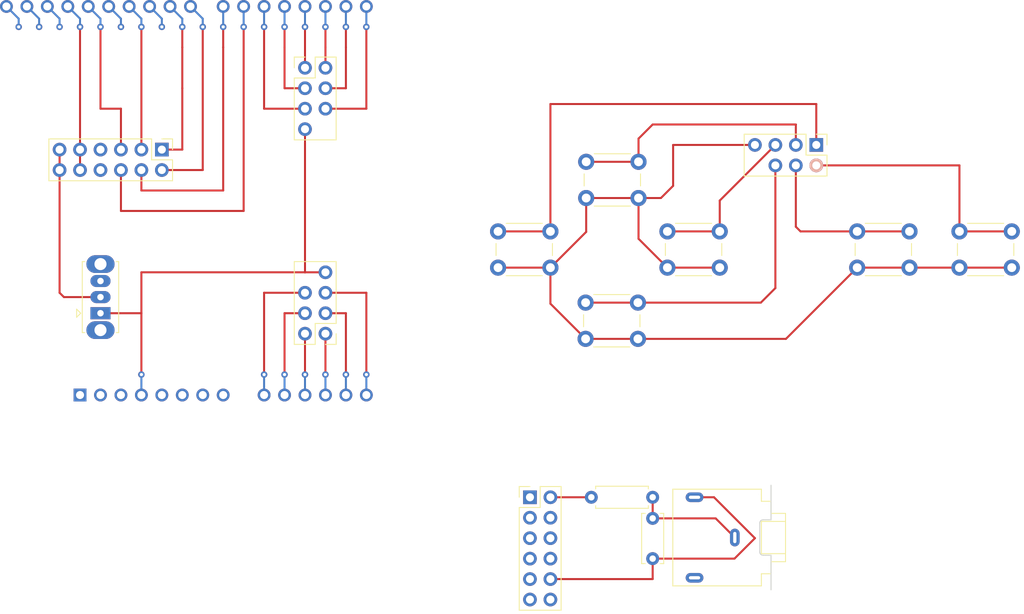
<source format=kicad_pcb>
(kicad_pcb (version 20221018) (generator pcbnew)
  (layers (0 "F.Cu" signal) (31 "B.Cu" signal) (34 "B.Paste" user) (35 "F.Paste" user) (36 "B.SilkS" user "B.Silkscreen") (37 "F.SilkS" user "F.Silkscreen") (38 "B.Mask" user) (39 "F.Mask" user) (44 "Edge.Cuts" user))
  (net 0 "")
  (net 4 "VCC")
  (net 6 "GND")
  (net 8 "unused")
  (net 9 "PPU_HBLANK")
  (net 10 "SPI_SR")
  (net 11 "PPU_VBLANK")
  (net 12 "unconnected-(A1-D10-Pad25)")
  (net 13 "SPI_MOSI")
  (net 14 "unconnected-(A1-D12-Pad27)")
  (net 15 "SPI_CLK")
  (net 16 "unconnected-(A1-AREF-Pad30)")
  (net 17 "unconnected-(A1-SDA{slash}A4-Pad31)")
  (net 18 "unconnected-(A1-SCL{slash}A5-Pad32)")
  (net 19 "Net-(C1-Pad1)")
  (net 21 "Net-(J1-Pin_12)")
  (net 29 "Net-(J6-Pin_7)")
  (net 34 "Net-(J3-UP)")
  (net 35 "Net-(J3-DOWN)")
  (net 36 "Net-(J3-LEFT)")
  (net 37 "Net-(J3-VCC)")
  (net 38 "Net-(J3-RIGHT)")
  (net 39 "Net-(J3-PRIMARY)")
  (net 40 "Net-(J3-SECONDARY)")
  (net 41 "GP_P1_BUT_2")
  (net 42 "GP_P1_BUT_1")
  (net 43 "GP_P1_RIGHT")
  (net 44 "GP_P1_LEFT")
  (net 45 "GP_P1_DOWN")
  (net 46 "GP_P1_UP")
  (net 47 "GP_P2_UP")
  (net 48 "GP_P2_DOWN")
  (net 49 "GP_P2_LEFT")
  (net 50 "GP_P2_RIGHT")
  (net 51 "GP_P2_BUT_1")
  (net 52 "GP_P2_BUT_2")
  (footprint "Connector_PinHeader_2.54mm:PinHeader_2x06_P2.54mm_Vertical" (layer "F.Cu") (at 38.1 35.56 -90)
    (fp_text reference "J1" hide)
    (fp_text value "BASYS_JA" hide)
    (fp_line (start -1.33 -1.33) (end 0 -1.33) (stroke (width 0.12)) (layer "F.SilkS"))
    (fp_line (start -1.33 0) (end -1.33 -1.33) (stroke (width 0.12)) (layer "F.SilkS"))
    (fp_line (start -1.33 1.27) (end -1.33 14.03) (stroke (width 0.12)) (layer "F.SilkS"))
    (fp_line (start -1.33 1.27) (end 1.27 1.27) (stroke (width 0.12)) (layer "F.SilkS"))
    (fp_line (start -1.33 14.03) (end 3.87 14.03) (stroke (width 0.12)) (layer "F.SilkS"))
    (fp_line (start 1.27 -1.33) (end 3.87 -1.33) (stroke (width 0.12)) (layer "F.SilkS"))
    (fp_line (start 1.27 1.27) (end 1.27 -1.33) (stroke (width 0.12)) (layer "F.SilkS"))
    (fp_line (start 3.87 -1.33) (end 3.87 14.03) (stroke (width 0.12)) (layer "F.SilkS"))
    (pad "1" thru_hole rect (at 0 0 270) (size 1.7 1.7) (drill 1) (layers "*.Cu" "*.Mask") (net 11 "PPU_VBLANK"))
    (pad "2" thru_hole oval (at 0 2.54 270) (size 1.7 1.7) (drill 1) (layers "*.Cu" "*.Mask") (net 13 "SPI_MOSI"))
    (pad "3" thru_hole oval (at 0 5.08 270) (size 1.7 1.7) (drill 1) (layers "*.Cu" "*.Mask") (net 15 "SPI_CLK"))
    (pad "4" thru_hole oval (at 0 7.62 270) (size 1.7 1.7) (drill 1) (layers "*.Cu" "*.Mask"))
    (pad "5" thru_hole oval (at 0 10.16 270) (size 1.7 1.7) (drill 1) (layers "*.Cu" "*.Mask") (net 6 "GND"))
    (pad "6" thru_hole oval (at 0 12.7 270) (size 1.7 1.7) (drill 1) (layers "*.Cu" "*.Mask") (net 21 "Net-(J1-Pin_12)"))
    (pad "7" thru_hole oval (at 2.54 0 270) (size 1.7 1.7) (drill 1) (layers "*.Cu" "*.Mask") (net 10 "SPI_SR"))
    (pad "8" thru_hole oval (at 2.54 2.54 270) (size 1.7 1.7) (drill 1) (layers "*.Cu" "*.Mask") (net 9 "PPU_HBLANK"))
    (pad "9" thru_hole oval (at 2.54 5.08 270) (size 1.7 1.7) (drill 1) (layers "*.Cu" "*.Mask") (net 8 "unused"))
    (pad "10" thru_hole oval (at 2.54 7.62 270) (size 1.7 1.7) (drill 1) (layers "*.Cu" "*.Mask"))
    (pad "11" thru_hole oval (at 2.54 10.16 270) (size 1.7 1.7) (drill 1) (layers "*.Cu" "*.Mask") (net 6 "GND"))
    (pad "12" thru_hole oval (at 2.54 12.7 270) (size 1.7 1.7) (drill 1) (layers "*.Cu" "*.Mask") (net 21 "Net-(J1-Pin_12)"))
  )
  (footprint "Button_Switch_THT:SW_PUSH_6mm" (layer "F.Cu") (at 79.86 45.72)
    (fp_text reference "SW1" hide)
    (fp_text value "LEFT")
    (fp_line (start -0.25 1.5) (end -0.25 3) (stroke (width 0.12)) (layer "F.SilkS"))
    (fp_line (start 1 5.5) (end 5.5 5.5) (stroke (width 0.12)) (layer "F.SilkS"))
    (fp_line (start 5.5 -1) (end 1 -1) (stroke (width 0.12)) (layer "F.SilkS"))
    (fp_line (start 6.75 3) (end 6.75 1.5) (stroke (width 0.12)) (layer "F.SilkS"))
    (pad "1" thru_hole circle (at 0 0 90) (size 2 2) (drill 1.1) (layers "*.Cu" "*.Mask") (net 34 "Net-(J3-UP)"))
    (pad "1" thru_hole circle (at 6.5 0 90) (size 2 2) (drill 1.1) (layers "*.Cu" "*.Mask") (net 34 "Net-(J3-UP)"))
    (pad "2" thru_hole circle (at 0 4.5 90) (size 2 2) (drill 1.1) (layers "*.Cu" "*.Mask") (net 37 "Net-(J3-VCC)"))
    (pad "2" thru_hole circle (at 6.5 4.5 90) (size 2 2) (drill 1.1) (layers "*.Cu" "*.Mask") (net 37 "Net-(J3-VCC)"))
  )
  (footprint "Connector_PinHeader_2.54mm:PinHeader_2x04_P2.54mm_Vertical" (layer "F.Cu") (at 58.42 58.42 180)
    (fp_text reference "J8" hide)
    (fp_text value "GAMEPAD_2" hide)
    (fp_line (start -1.33 -1.33) (end 0 -1.33) (stroke (width 0.12)) (layer "F.SilkS"))
    (fp_line (start -1.33 0) (end -1.33 -1.33) (stroke (width 0.12)) (layer "F.SilkS"))
    (fp_line (start -1.33 1.27) (end -1.33 8.95) (stroke (width 0.12)) (layer "F.SilkS"))
    (fp_line (start -1.33 1.27) (end 1.27 1.27) (stroke (width 0.12)) (layer "F.SilkS"))
    (fp_line (start -1.33 8.95) (end 3.87 8.95) (stroke (width 0.12)) (layer "F.SilkS"))
    (fp_line (start 1.27 -1.33) (end 3.87 -1.33) (stroke (width 0.12)) (layer "F.SilkS"))
    (fp_line (start 1.27 1.27) (end 1.27 -1.33) (stroke (width 0.12)) (layer "F.SilkS"))
    (fp_line (start 3.87 -1.33) (end 3.87 8.95) (stroke (width 0.12)) (layer "F.SilkS"))
    (pad "1" thru_hole circle (at 0 0 180) (size 1.7 1.7) (drill 1) (layers "*.Cu" "*.Mask") (net 49 "GP_P2_LEFT"))
    (pad "2" thru_hole oval (at 0 2.54 180) (size 1.7 1.7) (drill 1) (layers "*.Cu" "*.Mask") (net 47 "GP_P2_UP"))
    (pad "3" thru_hole oval (at 0 5.08 180) (size 1.7 1.7) (drill 1) (layers "*.Cu" "*.Mask") (net 50 "GP_P2_RIGHT"))
    (pad "4" thru_hole oval (at 0 7.62 180) (size 1.7 1.7) (drill 1) (layers "*.Cu" "*.Mask") (net 4 "VCC"))
    (pad "5" thru_hole oval (at 2.54 0 180) (size 1.7 1.7) (drill 1) (layers "*.Cu" "*.Mask") (net 51 "GP_P2_BUT_1"))
    (pad "6" thru_hole oval (at 2.54 2.54 180) (size 1.7 1.7) (drill 1) (layers "*.Cu" "*.Mask") (net 52 "GP_P2_BUT_2"))
    (pad "7" thru_hole oval (at 2.54 5.08 180) (size 1.7 1.7) (drill 1) (layers "*.Cu" "*.Mask") (net 48 "GP_P2_DOWN"))
  )
  (footprint "Button_Switch_THT:SW_PUSH_6mm" (layer "F.Cu") (at 137.16 45.72)
    (fp_text reference "SW4" hide)
    (fp_text value "PRIMARY")
    (fp_line (start -0.25 1.5) (end -0.25 3) (stroke (width 0.12)) (layer "F.SilkS"))
    (fp_line (start 1 5.5) (end 5.5 5.5) (stroke (width 0.12)) (layer "F.SilkS"))
    (fp_line (start 5.5 -1) (end 1 -1) (stroke (width 0.12)) (layer "F.SilkS"))
    (fp_line (start 6.75 3) (end 6.75 1.5) (stroke (width 0.12)) (layer "F.SilkS"))
    (pad "1" thru_hole circle (at 0 0 90) (size 2 2) (drill 1.1) (layers "*.Cu" "*.Mask") (net 38 "Net-(J3-RIGHT)"))
    (pad "1" thru_hole circle (at 6.5 0 90) (size 2 2) (drill 1.1) (layers "*.Cu" "*.Mask") (net 38 "Net-(J3-RIGHT)"))
    (pad "2" thru_hole circle (at 0 4.5 90) (size 2 2) (drill 1.1) (layers "*.Cu" "*.Mask") (net 37 "Net-(J3-VCC)"))
    (pad "2" thru_hole circle (at 6.5 4.5 90) (size 2 2) (drill 1.1) (layers "*.Cu" "*.Mask") (net 37 "Net-(J3-VCC)"))
  )
  (footprint "Connector_Audio:Jack_3.5mm_CUI_SJ1-3523N_Horizontal" (layer "F.Cu") (at 109.26 83.74 90)
    (fp_text reference "J2" hide)
    (fp_text value "AudioJack2" hide)
    (fp_line (start -6 -7.7) (end 6 -7.7) (stroke (width 0.12)) (layer "F.SilkS"))
    (fp_line (start -6 3.3) (end -6 -7.7) (stroke (width 0.12)) (layer "F.SilkS"))
    (fp_line (start -4.5 3.3) (end -6 3.3) (stroke (width 0.12)) (layer "F.SilkS"))
    (fp_line (start -4.5 4.5) (end -4.5 3.3) (stroke (width 0.12)) (layer "F.SilkS"))
    (fp_line (start -3 4.5) (end -4.5 4.5) (stroke (width 0.12)) (layer "F.SilkS"))
    (fp_line (start -3 6.3) (end -3 4.5) (stroke (width 0.12)) (layer "F.SilkS"))
    (fp_line (start -2 3.3) (end -2 6.3) (stroke (width 0.12)) (layer "F.SilkS"))
    (fp_line (start 2 3.3) (end -2 3.3) (stroke (width 0.12)) (layer "F.SilkS"))
    (fp_line (start 2 6.3) (end 2 3.3) (stroke (width 0.12)) (layer "F.SilkS"))
    (fp_line (start 3 4.5) (end 3 6.3) (stroke (width 0.12)) (layer "F.SilkS"))
    (fp_line (start 3 6.3) (end -3 6.3) (stroke (width 0.12)) (layer "F.SilkS"))
    (fp_line (start 4.5 3.3) (end 4.5 4.5) (stroke (width 0.12)) (layer "F.SilkS"))
    (fp_line (start 4.5 4.5) (end 3 4.5) (stroke (width 0.12)) (layer "F.SilkS"))
    (fp_line (start 6 -7.7) (end 6 3.3) (stroke (width 0.12)) (layer "F.SilkS"))
    (fp_line (start 6 3.3) (end 4.5 3.3) (stroke (width 0.12)) (layer "F.SilkS"))
    (fp_line (start -2.2 3.5) (end -2.2 4.5) (stroke (width 0.12)) (layer "Edge.Cuts"))
    (fp_line (start -2.2 4.5) (end -6.5 4.5) (stroke (width 0.12)) (layer "Edge.Cuts"))
    (fp_line (start 1.8 3.1) (end -1.8 3.1) (stroke (width 0.12)) (layer "Edge.Cuts"))
    (fp_line (start 2.2 3.5) (end 2.2 4.5) (stroke (width 0.12)) (layer "Edge.Cuts"))
    (fp_line (start 2.2 4.5) (end 6.5 4.5) (stroke (width 0.12)) (layer "Edge.Cuts"))
    (fp_arc (start -2.2 3.5) (mid -2.082842 3.217158) (end -1.8 3.1) (stroke (width 0.12)) (layer "Edge.Cuts"))
    (fp_arc (start 1.8 3.1) (mid 2.082843 3.217157) (end 2.2 3.5) (stroke (width 0.12)) (layer "Edge.Cuts"))
    (pad "" np_thru_hole circle (at -5 0 90) (size 1.2 1.2) (drill 1.2) (layers "*.Cu"))
    (pad "" np_thru_hole circle (at -5 2.5 90) (size 1.2 1.2) (drill 1.2) (layers "*.Cu"))
    (pad "" np_thru_hole circle (at 0 -5 90) (size 1.2 1.2) (drill 1.2) (layers "*.Cu"))
    (pad "" np_thru_hole circle (at 5 0 90) (size 1.2 1.2) (drill 1.2) (layers "*.Cu"))
    (pad "" np_thru_hole circle (at 5 2.5 90) (size 1.2 1.2) (drill 1.2) (layers "*.Cu"))
    (pad "R" thru_hole oval (at -5 -5 90) (size 1.2 2.2) (drill oval 0.4 1.4) (layers "*.Cu" "*.Mask"))
    (pad "S" thru_hole oval (at 0 0 90) (size 2.2 1.2) (drill oval 1.4 0.4) (layers "*.Cu" "*.Mask") (net 19 "Net-(C1-Pad1)"))
    (pad "T" thru_hole oval (at 5 -5 270) (size 1.2 2.2) (drill oval 0.4 1.4) (layers "*.Cu" "*.Mask") (net 6 "GND"))
  )
  (footprint "Resistor_THT:R_Axial_DIN0207_L6.3mm_D2.5mm_P7.62mm_Horizontal" (layer "F.Cu") (at 91.44 78.74)
    (fp_text reference "R1" hide)
    (fp_text value "R" hide)
    (fp_line (start 0.54 -1.37) (end 7.08 -1.37) (stroke (width 0.12)) (layer "F.SilkS"))
    (fp_line (start 0.54 -1.04) (end 0.54 -1.37) (stroke (width 0.12)) (layer "F.SilkS"))
    (fp_line (start 0.54 1.04) (end 0.54 1.37) (stroke (width 0.12)) (layer "F.SilkS"))
    (fp_line (start 0.54 1.37) (end 7.08 1.37) (stroke (width 0.12)) (layer "F.SilkS"))
    (fp_line (start 7.08 -1.37) (end 7.08 -1.04) (stroke (width 0.12)) (layer "F.SilkS"))
    (fp_line (start 7.08 1.37) (end 7.08 1.04) (stroke (width 0.12)) (layer "F.SilkS"))
    (pad "1" thru_hole circle (at 0 0) (size 1.6 1.6) (drill 0.8) (layers "*.Cu" "*.Mask") (net 29 "Net-(J6-Pin_7)"))
    (pad "2" thru_hole oval (at 7.62 0) (size 1.6 1.6) (drill 0.8) (layers "*.Cu" "*.Mask") (net 19 "Net-(C1-Pad1)"))
  )
  (footprint "Capacitor_THT:C_Disc_D6.0mm_W2.5mm_P5.00mm" (layer "F.Cu") (at 99.06 81.36 -90)
    (fp_text reference "C1" hide)
    (fp_text value "C" hide)
    (fp_line (start -0.62 -1.37) (end -0.62 -0.925) (stroke (width 0.12)) (layer "F.SilkS"))
    (fp_line (start -0.62 -1.37) (end 5.62 -1.37) (stroke (width 0.12)) (layer "F.SilkS"))
    (fp_line (start -0.62 0.925) (end -0.62 1.37) (stroke (width 0.12)) (layer "F.SilkS"))
    (fp_line (start -0.62 1.37) (end 5.62 1.37) (stroke (width 0.12)) (layer "F.SilkS"))
    (fp_line (start 5.62 -1.37) (end 5.62 -0.925) (stroke (width 0.12)) (layer "F.SilkS"))
    (fp_line (start 5.62 0.925) (end 5.62 1.37) (stroke (width 0.12)) (layer "F.SilkS"))
    (pad "1" thru_hole circle (at 0 0 270) (size 1.6 1.6) (drill 0.8) (layers "*.Cu" "*.Mask") (net 19 "Net-(C1-Pad1)"))
    (pad "2" thru_hole circle (at 5 0 270) (size 1.6 1.6) (drill 0.8) (layers "*.Cu" "*.Mask") (net 6 "GND"))
  )
  (footprint "Connector_PinHeader_2.54mm:PinHeader_2x06_P2.54mm_Vertical" (layer "F.Cu") (at 83.82 78.74)
    (fp_text reference "J6" hide)
    (fp_text value "BASYS_JB" hide)
    (fp_line (start -1.33 -1.33) (end 0 -1.33) (stroke (width 0.12)) (layer "F.SilkS"))
    (fp_line (start -1.33 0) (end -1.33 -1.33) (stroke (width 0.12)) (layer "F.SilkS"))
    (fp_line (start -1.33 1.27) (end -1.33 14.03) (stroke (width 0.12)) (layer "F.SilkS"))
    (fp_line (start -1.33 1.27) (end 1.27 1.27) (stroke (width 0.12)) (layer "F.SilkS"))
    (fp_line (start -1.33 14.03) (end 3.87 14.03) (stroke (width 0.12)) (layer "F.SilkS"))
    (fp_line (start 1.27 -1.33) (end 3.87 -1.33) (stroke (width 0.12)) (layer "F.SilkS"))
    (fp_line (start 1.27 1.27) (end 1.27 -1.33) (stroke (width 0.12)) (layer "F.SilkS"))
    (fp_line (start 3.87 -1.33) (end 3.87 14.03) (stroke (width 0.12)) (layer "F.SilkS"))
    (pad "1" thru_hole rect (at 0 0) (size 1.7 1.7) (drill 1) (layers "*.Cu" "*.Mask"))
    (pad "2" thru_hole oval (at 0 2.54) (size 1.7 1.7) (drill 1) (layers "*.Cu" "*.Mask"))
    (pad "3" thru_hole oval (at 0 5.08) (size 1.7 1.7) (drill 1) (layers "*.Cu" "*.Mask"))
    (pad "4" thru_hole oval (at 0 7.62) (size 1.7 1.7) (drill 1) (layers "*.Cu" "*.Mask"))
    (pad "5" thru_hole oval (at 0 10.16) (size 1.7 1.7) (drill 1) (layers "*.Cu" "*.Mask") (net 6 "GND"))
    (pad "6" thru_hole oval (at 0 12.7) (size 1.7 1.7) (drill 1) (layers "*.Cu" "*.Mask"))
    (pad "7" thru_hole oval (at 2.54 0) (size 1.7 1.7) (drill 1) (layers "*.Cu" "*.Mask") (net 29 "Net-(J6-Pin_7)"))
    (pad "8" thru_hole oval (at 2.54 2.54) (size 1.7 1.7) (drill 1) (layers "*.Cu" "*.Mask"))
    (pad "9" thru_hole oval (at 2.54 5.08) (size 1.7 1.7) (drill 1) (layers "*.Cu" "*.Mask"))
    (pad "10" thru_hole oval (at 2.54 7.62) (size 1.7 1.7) (drill 1) (layers "*.Cu" "*.Mask"))
    (pad "11" thru_hole oval (at 2.54 10.16) (size 1.7 1.7) (drill 1) (layers "*.Cu" "*.Mask") (net 6 "GND"))
    (pad "12" thru_hole oval (at 2.54 12.7) (size 1.7 1.7) (drill 1) (layers "*.Cu" "*.Mask"))
  )
  (footprint "Button_Switch_THT:SW_PUSH_6mm" (layer "F.Cu") (at 90.73 54.565)
    (fp_text reference "SW6" hide)
    (fp_text value "DOWN")
    (fp_line (start -0.25 1.5) (end -0.25 3) (stroke (width 0.12)) (layer "F.SilkS"))
    (fp_line (start 1 5.5) (end 5.5 5.5) (stroke (width 0.12)) (layer "F.SilkS"))
    (fp_line (start 5.5 -1) (end 1 -1) (stroke (width 0.12)) (layer "F.SilkS"))
    (fp_line (start 6.75 3) (end 6.75 1.5) (stroke (width 0.12)) (layer "F.SilkS"))
    (pad "1" thru_hole circle (at 0 0 90) (size 2 2) (drill 1.1) (layers "*.Cu" "*.Mask") (net 40 "Net-(J3-SECONDARY)"))
    (pad "1" thru_hole circle (at 6.5 0 90) (size 2 2) (drill 1.1) (layers "*.Cu" "*.Mask") (net 40 "Net-(J3-SECONDARY)"))
    (pad "2" thru_hole circle (at 0 4.5 90) (size 2 2) (drill 1.1) (layers "*.Cu" "*.Mask") (net 37 "Net-(J3-VCC)"))
    (pad "2" thru_hole circle (at 6.5 4.5 90) (size 2 2) (drill 1.1) (layers "*.Cu" "*.Mask") (net 37 "Net-(J3-VCC)"))
  )
  (footprint "Button_Switch_THT:SW_PUSH_6mm" (layer "F.Cu") (at 90.8025 37.075)
    (fp_text reference "SW2" hide)
    (fp_text value "UP")
    (fp_line (start -0.25 1.5) (end -0.25 3) (stroke (width 0.12)) (layer "F.SilkS"))
    (fp_line (start 1 5.5) (end 5.5 5.5) (stroke (width 0.12)) (layer "F.SilkS"))
    (fp_line (start 5.5 -1) (end 1 -1) (stroke (width 0.12)) (layer "F.SilkS"))
    (fp_line (start 6.75 3) (end 6.75 1.5) (stroke (width 0.12)) (layer "F.SilkS"))
    (pad "1" thru_hole circle (at 0 0 90) (size 2 2) (drill 1.1) (layers "*.Cu" "*.Mask") (net 35 "Net-(J3-DOWN)"))
    (pad "1" thru_hole circle (at 6.5 0 90) (size 2 2) (drill 1.1) (layers "*.Cu" "*.Mask") (net 35 "Net-(J3-DOWN)"))
    (pad "2" thru_hole circle (at 0 4.5 90) (size 2 2) (drill 1.1) (layers "*.Cu" "*.Mask") (net 37 "Net-(J3-VCC)"))
    (pad "2" thru_hole circle (at 6.5 4.5 90) (size 2 2) (drill 1.1) (layers "*.Cu" "*.Mask") (net 37 "Net-(J3-VCC)"))
  )
  (footprint "Button_Switch_THT:SW_PUSH_6mm" (layer "F.Cu") (at 124.46 45.72)
    (fp_text reference "SW5" hide)
    (fp_text value "SECONDARY")
    (fp_line (start -0.25 1.5) (end -0.25 3) (stroke (width 0.12)) (layer "F.SilkS"))
    (fp_line (start 1 5.5) (end 5.5 5.5) (stroke (width 0.12)) (layer "F.SilkS"))
    (fp_line (start 5.5 -1) (end 1 -1) (stroke (width 0.12)) (layer "F.SilkS"))
    (fp_line (start 6.75 3) (end 6.75 1.5) (stroke (width 0.12)) (layer "F.SilkS"))
    (pad "1" thru_hole circle (at 0 0 90) (size 2 2) (drill 1.1) (layers "*.Cu" "*.Mask") (net 39 "Net-(J3-PRIMARY)"))
    (pad "1" thru_hole circle (at 6.5 0 90) (size 2 2) (drill 1.1) (layers "*.Cu" "*.Mask") (net 39 "Net-(J3-PRIMARY)"))
    (pad "2" thru_hole circle (at 0 4.5 90) (size 2 2) (drill 1.1) (layers "*.Cu" "*.Mask") (net 37 "Net-(J3-VCC)"))
    (pad "2" thru_hole circle (at 6.5 4.5 90) (size 2 2) (drill 1.1) (layers "*.Cu" "*.Mask") (net 37 "Net-(J3-VCC)"))
  )
  (footprint "Button_Switch_THT:SW_Slide_1P2T_CK_OS102011MS2Q" (layer "F.Cu") (at 30.48 55.88 90)
    (fp_text reference "SW7" hide)
    (fp_text value "STM_PWR_SOURCE" hide)
    (fp_line (start -2.41 -2.26) (end 6.41 -2.26) (stroke (width 0.12)) (layer "F.SilkS"))
    (fp_line (start -2.41 -1.95) (end -2.41 -2.26) (stroke (width 0.12)) (layer "F.SilkS"))
    (fp_line (start -2.41 2.26) (end -2.41 1.95) (stroke (width 0.12)) (layer "F.SilkS"))
    (fp_line (start -0.5 -2.96) (end 0 -2.46) (stroke (width 0.12)) (layer "F.SilkS"))
    (fp_line (start 0 -2.46) (end 0.5 -2.96) (stroke (width 0.12)) (layer "F.SilkS"))
    (fp_line (start 0.5 -2.96) (end -0.5 -2.96) (stroke (width 0.12)) (layer "F.SilkS"))
    (fp_line (start 6.41 -2.26) (end 6.41 -1.95) (stroke (width 0.12)) (layer "F.SilkS"))
    (fp_line (start 6.41 2.26) (end -2.41 2.26) (stroke (width 0.12)) (layer "F.SilkS"))
    (fp_line (start 6.41 2.26) (end 6.41 1.95) (stroke (width 0.12)) (layer "F.SilkS"))
    (pad "" thru_hole oval (at -2.1 0 90) (size 2.2 3.5) (drill 1.5) (layers "*.Cu" "*.Mask"))
    (pad "" thru_hole oval (at 6.1 0 90) (size 2.2 3.5) (drill 1.5) (layers "*.Cu" "*.Mask"))
    (pad "1" thru_hole rect (at 0 0 90) (size 1.5 2.5) (drill 0.8) (layers "*.Cu" "*.Mask") (net 4 "VCC"))
    (pad "2" thru_hole oval (at 2 0 90) (size 1.5 2.5) (drill 0.8) (layers "*.Cu" "*.Mask") (net 21 "Net-(J1-Pin_12)"))
    (pad "3" thru_hole oval (at 4 0 90) (size 1.5 2.5) (drill 0.8) (layers "*.Cu" "*.Mask"))
  )
  (footprint "Connector_PinHeader_2.54mm:PinHeader_2x04_P2.54mm_Vertical" (layer "F.Cu") (at 119.38 34.98 -90)
    (fp_text reference "J3" hide)
    (fp_text value "GAMEPAD" hide)
    (fp_line (start -1.33 -1.33) (end 0 -1.33) (stroke (width 0.12)) (layer "F.SilkS"))
    (fp_line (start -1.33 0) (end -1.33 -1.33) (stroke (width 0.12)) (layer "F.SilkS"))
    (fp_line (start -1.33 1.27) (end -1.33 8.95) (stroke (width 0.12)) (layer "F.SilkS"))
    (fp_line (start -1.33 1.27) (end 1.27 1.27) (stroke (width 0.12)) (layer "F.SilkS"))
    (fp_line (start -1.33 8.95) (end 3.87 8.95) (stroke (width 0.12)) (layer "F.SilkS"))
    (fp_line (start 1.27 -1.33) (end 3.87 -1.33) (stroke (width 0.12)) (layer "F.SilkS"))
    (fp_line (start 1.27 1.27) (end 1.27 -1.33) (stroke (width 0.12)) (layer "F.SilkS"))
    (fp_line (start 3.87 -1.33) (end 3.87 8.95) (stroke (width 0.12)) (layer "F.SilkS"))
    (pad "1" thru_hole rect (at 0 0 270) (size 1.7 1.7) (drill 1) (layers "*.Cu" "*.Mask") (net 34 "Net-(J3-UP)"))
    (pad "2" thru_hole oval (at 0 2.54 270) (size 1.7 1.7) (drill 1) (layers "*.Cu" "*.Mask") (net 35 "Net-(J3-DOWN)"))
    (pad "3" thru_hole oval (at 0 5.08 270) (size 1.7 1.7) (drill 1) (layers "*.Cu" "*.Mask") (net 36 "Net-(J3-LEFT)"))
    (pad "4" thru_hole oval (at 0 7.62 270) (size 1.7 1.7) (drill 1) (layers "*.Cu" "*.Mask") (net 37 "Net-(J3-VCC)"))
    (pad "5" thru_hole oval (at 2.54 0 270) (size 1.7 1.7) (drill 1) (layers "*.Cu" "*.Mask" "B.SilkS") (net 38 "Net-(J3-RIGHT)"))
    (pad "6" thru_hole oval (at 2.54 2.54 270) (size 1.7 1.7) (drill 1) (layers "*.Cu" "*.Mask") (net 39 "Net-(J3-PRIMARY)"))
    (pad "7" thru_hole oval (at 2.54 5.08 270) (size 1.7 1.7) (drill 1) (layers "*.Cu" "*.Mask") (net 40 "Net-(J3-SECONDARY)"))
  )
  (footprint "Button_Switch_THT:SW_PUSH_6mm" (layer "F.Cu") (at 100.89 45.72)
    (fp_text reference "SW3" hide)
    (fp_text value "RIGHT")
    (fp_line (start -0.25 1.5) (end -0.25 3) (stroke (width 0.12)) (layer "F.SilkS"))
    (fp_line (start 1 5.5) (end 5.5 5.5) (stroke (width 0.12)) (layer "F.SilkS"))
    (fp_line (start 5.5 -1) (end 1 -1) (stroke (width 0.12)) (layer "F.SilkS"))
    (fp_line (start 6.75 3) (end 6.75 1.5) (stroke (width 0.12)) (layer "F.SilkS"))
    (pad "1" thru_hole circle (at 0 0 90) (size 2 2) (drill 1.1) (layers "*.Cu" "*.Mask") (net 36 "Net-(J3-LEFT)"))
    (pad "1" thru_hole circle (at 6.5 0 90) (size 2 2) (drill 1.1) (layers "*.Cu" "*.Mask") (net 36 "Net-(J3-LEFT)"))
    (pad "2" thru_hole circle (at 0 4.5 90) (size 2 2) (drill 1.1) (layers "*.Cu" "*.Mask") (net 37 "Net-(J3-VCC)"))
    (pad "2" thru_hole circle (at 6.5 4.5 90) (size 2 2) (drill 1.1) (layers "*.Cu" "*.Mask") (net 37 "Net-(J3-VCC)"))
  )
  (footprint "Connector_PinHeader_2.54mm:PinHeader_2x04_P2.54mm_Vertical" (layer "F.Cu") (at 55.88 25.4)
    (fp_text reference "J7" hide)
    (fp_text value "GAMEPAD_1" hide)
    (fp_line (start -1.33 -1.33) (end 0 -1.33) (stroke (width 0.12)) (layer "F.SilkS"))
    (fp_line (start -1.33 0) (end -1.33 -1.33) (stroke (width 0.12)) (layer "F.SilkS"))
    (fp_line (start -1.33 1.27) (end -1.33 8.95) (stroke (width 0.12)) (layer "F.SilkS"))
    (fp_line (start -1.33 1.27) (end 1.27 1.27) (stroke (width 0.12)) (layer "F.SilkS"))
    (fp_line (start -1.33 8.95) (end 3.87 8.95) (stroke (width 0.12)) (layer "F.SilkS"))
    (fp_line (start 1.27 -1.33) (end 3.87 -1.33) (stroke (width 0.12)) (layer "F.SilkS"))
    (fp_line (start 1.27 1.27) (end 1.27 -1.33) (stroke (width 0.12)) (layer "F.SilkS"))
    (fp_line (start 3.87 -1.33) (end 3.87 8.95) (stroke (width 0.12)) (layer "F.SilkS"))
    (pad "1" thru_hole circle (at 0 0) (size 1.7 1.7) (drill 1) (layers "*.Cu" "*.Mask") (net 44 "GP_P1_LEFT"))
    (pad "2" thru_hole oval (at 0 2.54) (size 1.7 1.7) (drill 1) (layers "*.Cu" "*.Mask") (net 46 "GP_P1_UP"))
    (pad "3" thru_hole oval (at 0 5.08) (size 1.7 1.7) (drill 1) (layers "*.Cu" "*.Mask") (net 43 "GP_P1_RIGHT"))
    (pad "4" thru_hole oval (at 0 7.62) (size 1.7 1.7) (drill 1) (layers "*.Cu" "*.Mask") (net 4 "VCC"))
    (pad "5" thru_hole oval (at 2.54 0) (size 1.7 1.7) (drill 1) (layers "*.Cu" "*.Mask") (net 42 "GP_P1_BUT_1"))
    (pad "6" thru_hole oval (at 2.54 2.54) (size 1.7 1.7) (drill 1) (layers "*.Cu" "*.Mask") (net 41 "GP_P1_BUT_2"))
    (pad "7" thru_hole oval (at 2.54 5.08) (size 1.7 1.7) (drill 1) (layers "*.Cu" "*.Mask") (net 45 "GP_P1_DOWN"))
  )
  (footprint "Module:Arduino_UNO_R3" (layer "B.Cu") (at 27.94 66.04)
    (fp_text reference "A1" hide)
    (fp_text value "STM32F091RC" hide)
    (pad "1" thru_hole rect (at 0 0 270) (size 1.6 1.6) (drill 1) (layers "*.Cu" "*.Mask"))
    (pad "2" thru_hole oval (at 2.54 0 270) (size 1.6 1.6) (drill 1) (layers "*.Cu" "*.Mask"))
    (pad "3" thru_hole oval (at 5.08 0 270) (size 1.6 1.6) (drill 1) (layers "*.Cu" "*.Mask"))
    (pad "4" thru_hole oval (at 7.62 0 270) (size 1.6 1.6) (drill 1) (layers "*.Cu" "*.Mask") (net 4 "VCC"))
    (pad "5" thru_hole oval (at 10.16 0 270) (size 1.6 1.6) (drill 1) (layers "*.Cu" "*.Mask"))
    (pad "6" thru_hole oval (at 12.7 0 270) (size 1.6 1.6) (drill 1) (layers "*.Cu" "*.Mask") (net 6 "GND"))
    (pad "7" thru_hole oval (at 15.24 0 270) (size 1.6 1.6) (drill 1) (layers "*.Cu" "*.Mask") (net 6 "GND"))
    (pad "8" thru_hole oval (at 17.78 0 270) (size 1.6 1.6) (drill 1) (layers "*.Cu" "*.Mask"))
    (pad "9" thru_hole oval (at 22.86 0 270) (size 1.6 1.6) (drill 1) (layers "*.Cu" "*.Mask") (net 48 "GP_P2_DOWN"))
    (pad "10" thru_hole oval (at 25.4 0 270) (size 1.6 1.6) (drill 1) (layers "*.Cu" "*.Mask") (net 52 "GP_P2_BUT_2"))
    (pad "11" thru_hole oval (at 27.94 0 270) (size 1.6 1.6) (drill 1) (layers "*.Cu" "*.Mask") (net 51 "GP_P2_BUT_1"))
    (pad "12" thru_hole oval (at 30.48 0 270) (size 1.6 1.6) (drill 1) (layers "*.Cu" "*.Mask") (net 49 "GP_P2_LEFT"))
    (pad "13" thru_hole oval (at 33.02 0 270) (size 1.6 1.6) (drill 1) (layers "*.Cu" "*.Mask") (net 47 "GP_P2_UP"))
    (pad "14" thru_hole oval (at 35.56 0 270) (size 1.6 1.6) (drill 1) (layers "*.Cu" "*.Mask") (net 50 "GP_P2_RIGHT"))
    (pad "15" thru_hole oval (at 35.56 -48.26 270) (size 1.6 1.6) (drill 1) (layers "*.Cu" "*.Mask") (net 45 "GP_P1_DOWN"))
    (pad "16" thru_hole oval (at 33.02 -48.26 270) (size 1.6 1.6) (drill 1) (layers "*.Cu" "*.Mask") (net 41 "GP_P1_BUT_2"))
    (pad "17" thru_hole oval (at 30.48 -48.26 270) (size 1.6 1.6) (drill 1) (layers "*.Cu" "*.Mask") (net 42 "GP_P1_BUT_1"))
    (pad "18" thru_hole oval (at 27.94 -48.26 270) (size 1.6 1.6) (drill 1) (layers "*.Cu" "*.Mask") (net 44 "GP_P1_LEFT"))
    (pad "19" thru_hole oval (at 25.4 -48.26 270) (size 1.6 1.6) (drill 1) (layers "*.Cu" "*.Mask") (net 46 "GP_P1_UP"))
    (pad "20" thru_hole oval (at 22.86 -48.26 270) (size 1.6 1.6) (drill 1) (layers "*.Cu" "*.Mask") (net 43 "GP_P1_RIGHT"))
    (pad "21" thru_hole oval (at 20.32 -48.26 270) (size 1.6 1.6) (drill 1) (layers "*.Cu" "*.Mask") (net 8 "unused"))
    (pad "22" thru_hole oval (at 17.78 -48.26 270) (size 1.6 1.6) (drill 1) (layers "*.Cu" "*.Mask") (net 9 "PPU_HBLANK"))
    (pad "23" thru_hole oval (at 13.72 -48.26 270) (size 1.6 1.6) (drill 1) (layers "*.Cu" "*.Mask") (net 10 "SPI_SR"))
    (pad "24" thru_hole oval (at 11.18 -48.26 270) (size 1.6 1.6) (drill 1) (layers "*.Cu" "*.Mask") (net 11 "PPU_VBLANK"))
    (pad "25" thru_hole oval (at 8.64 -48.26 270) (size 1.6 1.6) (drill 1) (layers "*.Cu" "*.Mask") (net 12 "unconnected-(A1-D10-Pad25)"))
    (pad "26" thru_hole oval (at 6.1 -48.26 270) (size 1.6 1.6) (drill 1) (layers "*.Cu" "*.Mask") (net 13 "SPI_MOSI"))
    (pad "27" thru_hole oval (at 3.56 -48.26 270) (size 1.6 1.6) (drill 1) (layers "*.Cu" "*.Mask") (net 14 "unconnected-(A1-D12-Pad27)"))
    (pad "28" thru_hole oval (at 1.02 -48.26 270) (size 1.6 1.6) (drill 1) (layers "*.Cu" "*.Mask") (net 15 "SPI_CLK"))
    (pad "29" thru_hole oval (at -1.52 -48.26 270) (size 1.6 1.6) (drill 1) (layers "*.Cu" "*.Mask") (net 6 "GND"))
    (pad "30" thru_hole oval (at -4.06 -48.26 270) (size 1.6 1.6) (drill 1) (layers "*.Cu" "*.Mask") (net 16 "unconnected-(A1-AREF-Pad30)"))
    (pad "31" thru_hole oval (at -6.6 -48.26 270) (size 1.6 1.6) (drill 1) (layers "*.Cu" "*.Mask") (net 17 "unconnected-(A1-SDA{slash}A4-Pad31)"))
    (pad "32" thru_hole oval (at -9.14 -48.26 270) (size 1.6 1.6) (drill 1) (layers "*.Cu" "*.Mask") (net 18 "unconnected-(A1-SCL{slash}A5-Pad32)"))
  )
  (segment (start 30.48 55.88) (end 35.56 55.88) (width 0.25) (layer "F.Cu") (net 4))
  (segment (start 55.88 50.8) (end 58.42 50.8) (width 0.25) (layer "F.Cu") (net 4))
  (segment (start 35.56 50.8) (end 55.88 50.8) (width 0.25) (layer "F.Cu") (net 4))
  (segment (start 55.88 50.8) (end 55.88 33.02) (width 0.25) (layer "F.Cu") (net 4))
  (segment (start 35.56 63.5) (end 35.56 50.8) (width 0.25) (layer "F.Cu") (net 4))
  (via (at 35.56 63.5) (size 0.8) (drill 0.4) (layers "F.Cu" "B.Cu") (net 4))
  (segment (start 35.56 66.04) (end 35.56 63.5) (width 0.25) (layer "B.Cu") (net 4))
  (segment (start 111.76 83.82) (end 109.22 86.36) (width 0.25) (layer "F.Cu") (net 6))
  (segment (start 27.94 20.32) (end 27.94 35.56) (width 0.25) (layer "F.Cu") (net 6))
  (segment (start 106.68 78.74) (end 111.76 83.82) (width 0.25) (layer "F.Cu") (net 6))
  (segment (start 109.22 86.36) (end 99.06 86.36) (width 0.25) (layer "F.Cu") (net 6))
  (segment (start 27.94 35.56) (end 27.94 38.1) (width 0.25) (layer "F.Cu") (net 6))
  (segment (start 104.26 78.74) (end 106.68 78.74) (width 0.25) (layer "F.Cu") (net 6))
  (segment (start 99.06 86.36) (end 99.06 88.9) (width 0.25) (layer "F.Cu") (net 6))
  (segment (start 99.06 88.9) (end 86.36 88.9) (width 0.25) (layer "F.Cu") (net 6))
  (via (at 27.94 20.32) (size 0.8) (drill 0.4) (layers "F.Cu" "B.Cu") (net 6))
  (segment (start 27.94 19.3) (end 27.94 20.32) (width 0.25) (layer "B.Cu") (net 6))
  (segment (start 26.42 17.78) (end 27.94 19.3) (width 0.25) (layer "B.Cu") (net 6))
  (segment (start 48.26 43.18) (end 33.02 43.18) (width 0.25) (layer "F.Cu") (net 8))
  (segment (start 33.02 43.18) (end 33.02 38.1) (width 0.25) (layer "F.Cu") (net 8))
  (segment (start 48.26 20.32) (end 48.26 43.18) (width 0.25) (layer "F.Cu") (net 8))
  (via (at 48.26 20.32) (size 0.8) (drill 0.4) (layers "F.Cu" "B.Cu") (net 8))
  (segment (start 48.26 17.78) (end 48.26 20.32) (width 0.25) (layer "B.Cu") (net 8))
  (segment (start 45.72 20.32) (end 45.72 22.86) (width 0.25) (layer "F.Cu") (net 9))
  (segment (start 45.72 40.64) (end 45.72 22.86) (width 0.25) (layer "F.Cu") (net 9))
  (segment (start 35.56 40.64) (end 35.56 38.1) (width 0.25) (layer "F.Cu") (net 9))
  (segment (start 35.56 40.64) (end 45.72 40.64) (width 0.25) (layer "F.Cu") (net 9))
  (via (at 45.72 20.32) (size 0.8) (drill 0.4) (layers "F.Cu" "B.Cu") (net 9))
  (segment (start 45.72 17.78) (end 45.72 20.32) (width 0.25) (layer "B.Cu") (net 9))
  (segment (start 43.18 38.1) (end 38.1 38.1) (width 0.25) (layer "F.Cu") (net 10))
  (segment (start 43.18 20.32) (end 43.18 38.1) (width 0.25) (layer "F.Cu") (net 10))
  (via (at 43.18 20.32) (size 0.8) (drill 0.4) (layers "F.Cu" "B.Cu") (net 10))
  (segment (start 43.18 19.3) (end 43.18 20.32) (width 0.25) (layer "B.Cu") (net 10))
  (segment (start 41.66 17.78) (end 43.18 19.3) (width 0.25) (layer "B.Cu") (net 10))
  (segment (start 38.1 35.56) (end 40.64 35.56) (width 0.25) (layer "F.Cu") (net 11))
  (segment (start 40.64 20.32) (end 40.64 22.86) (width 0.25) (layer "F.Cu") (net 11))
  (segment (start 40.64 27.94) (end 40.64 35.56) (width 0.25) (layer "F.Cu") (net 11))
  (segment (start 40.64 22.86) (end 40.64 27.94) (width 0.25) (layer "F.Cu") (net 11))
  (via (at 40.64 20.32) (size 0.8) (drill 0.4) (layers "F.Cu" "B.Cu") (net 11))
  (segment (start 39.12 17.78) (end 40.64 19.3) (width 0.25) (layer "B.Cu") (net 11))
  (segment (start 40.64 19.3) (end 40.64 20.32) (width 0.25) (layer "B.Cu") (net 11))
  (via (at 38.1 20.32) (size 0.8) (drill 0.4) (layers "F.Cu" "B.Cu") (net 12))
  (segment (start 38.1 19.3) (end 38.1 20.32) (width 0.25) (layer "B.Cu") (net 12))
  (segment (start 36.58 17.78) (end 38.1 19.3) (width 0.25) (layer "B.Cu") (net 12))
  (segment (start 35.56 35.56) (end 35.56 20.32) (width 0.25) (layer "F.Cu") (net 13))
  (via (at 35.56 20.32) (size 0.8) (drill 0.4) (layers "F.Cu" "B.Cu") (net 13))
  (segment (start 35.56 19.3) (end 35.56 20.32) (width 0.25) (layer "B.Cu") (net 13))
  (segment (start 34.04 17.78) (end 35.56 19.3) (width 0.25) (layer "B.Cu") (net 13))
  (via (at 33.02 20.32) (size 0.8) (drill 0.4) (layers "F.Cu" "B.Cu") (net 14))
  (segment (start 31.5 17.78) (end 33.02 19.3) (width 0.25) (layer "B.Cu") (net 14))
  (segment (start 33.02 19.3) (end 33.02 20.32) (width 0.25) (layer "B.Cu") (net 14))
  (segment (start 33.02 30.48) (end 33.02 35.56) (width 0.25) (layer "F.Cu") (net 15))
  (segment (start 30.48 30.48) (end 33.02 30.48) (width 0.25) (layer "F.Cu") (net 15))
  (segment (start 30.48 20.32) (end 30.48 30.48) (width 0.25) (layer "F.Cu") (net 15))
  (via (at 30.48 20.32) (size 0.8) (drill 0.4) (layers "F.Cu" "B.Cu") (net 15))
  (segment (start 30.48 19.3) (end 30.48 20.32) (width 0.25) (layer "B.Cu") (net 15))
  (segment (start 28.96 17.78) (end 30.48 19.3) (width 0.25) (layer "B.Cu") (net 15))
  (via (at 25.4 20.32) (size 0.8) (drill 0.4) (layers "F.Cu" "B.Cu") (net 16))
  (segment (start 25.4 19.3) (end 25.4 20.32) (width 0.25) (layer "B.Cu") (net 16))
  (segment (start 23.88 17.78) (end 25.4 19.3) (width 0.25) (layer "B.Cu") (net 16))
  (via (at 22.86 20.32) (size 0.8) (drill 0.4) (layers "F.Cu" "B.Cu") (net 17))
  (segment (start 21.34 17.78) (end 22.86 19.3) (width 0.25) (layer "B.Cu") (net 17))
  (segment (start 22.86 19.3) (end 22.86 20.32) (width 0.25) (layer "B.Cu") (net 17))
  (via (at 20.32 20.32) (size 0.8) (drill 0.4) (layers "F.Cu" "B.Cu") (net 18))
  (segment (start 20.32 19.3) (end 20.32 20.32) (width 0.25) (layer "B.Cu") (net 18))
  (segment (start 18.8 17.78) (end 20.32 19.3) (width 0.25) (layer "B.Cu") (net 18))
  (segment (start 99.06 78.74) (end 99.06 81.36) (width 0.25) (layer "F.Cu") (net 19))
  (segment (start 106.88 81.36) (end 109.26 83.74) (width 0.25) (layer "F.Cu") (net 19))
  (segment (start 99.06 81.36) (end 106.88 81.36) (width 0.25) (layer "F.Cu") (net 19))
  (segment (start 30.48 53.88) (end 25.94 53.88) (width 0.25) (layer "F.Cu") (net 21))
  (segment (start 25.4 35.56) (end 25.4 38.1) (width 0.25) (layer "F.Cu") (net 21))
  (segment (start 25.4 38.1) (end 25.4 53.34) (width 0.25) (layer "F.Cu") (net 21))
  (segment (start 25.94 53.88) (end 25.4 53.34) (width 0.25) (layer "F.Cu") (net 21))
  (segment (start 86.36 78.74) (end 91.44 78.74) (width 0.25) (layer "F.Cu") (net 29))
  (segment (start 86.36 29.9) (end 86.36 45.72) (width 0.25) (layer "F.Cu") (net 34))
  (segment (start 119.38 29.9) (end 86.36 29.9) (width 0.25) (layer "F.Cu") (net 34))
  (segment (start 79.86 45.72) (end 86.36 45.72) (width 0.25) (layer "F.Cu") (net 34))
  (segment (start 119.38 34.98) (end 119.38 29.9) (width 0.25) (layer "F.Cu") (net 34))
  (segment (start 116.84 32.44) (end 99.06 32.44) (width 0.25) (layer "F.Cu") (net 35))
  (segment (start 90.8025 37.075) (end 97.3025 37.075) (width 0.25) (layer "F.Cu") (net 35))
  (segment (start 99.06 32.44) (end 97.3025 34.1975) (width 0.25) (layer "F.Cu") (net 35))
  (segment (start 116.84 34.98) (end 116.84 32.44) (width 0.25) (layer "F.Cu") (net 35))
  (segment (start 97.3025 34.1975) (end 97.3025 37.075) (width 0.25) (layer "F.Cu") (net 35))
  (segment (start 114.3 34.98) (end 107.39 41.89) (width 0.25) (layer "F.Cu") (net 36))
  (segment (start 107.39 41.89) (end 107.39 45.72) (width 0.25) (layer "F.Cu") (net 36))
  (segment (start 100.89 45.72) (end 107.39 45.72) (width 0.25) (layer "F.Cu") (net 36))
  (segment (start 97.3025 41.575) (end 90.8025 41.575) (width 0.25) (layer "F.Cu") (net 37))
  (segment (start 137.16 50.22) (end 143.66 50.22) (width 0.25) (layer "F.Cu") (net 37))
  (segment (start 86.36 50.22) (end 79.86 50.22) (width 0.25) (layer "F.Cu") (net 37))
  (segment (start 90.8025 41.575) (end 90.8025 45.7775) (width 0.25) (layer "F.Cu") (net 37))
  (segment (start 86.36 54.695) (end 90.73 59.065) (width 0.25) (layer "F.Cu") (net 37))
  (segment (start 97.3025 41.575) (end 97.3025 46.6325) (width 0.25) (layer "F.Cu") (net 37))
  (segment (start 115.615 59.065) (end 124.46 50.22) (width 0.25) (layer "F.Cu") (net 37))
  (segment (start 97.23 59.065) (end 90.73 59.065) (width 0.25) (layer "F.Cu") (net 37))
  (segment (start 97.3025 46.6325) (end 100.89 50.22) (width 0.25) (layer "F.Cu") (net 37))
  (segment (start 100.085 41.575) (end 97.3025 41.575) (width 0.25) (layer "F.Cu") (net 37))
  (segment (start 101.6 40.06) (end 100.085 41.575) (width 0.25) (layer "F.Cu") (net 37))
  (segment (start 86.36 50.22) (end 86.36 54.695) (width 0.25) (layer "F.Cu") (net 37))
  (segment (start 111.76 34.98) (end 101.6 34.98) (width 0.25) (layer "F.Cu") (net 37))
  (segment (start 97.23 59.065) (end 115.615 59.065) (width 0.25) (layer "F.Cu") (net 37))
  (segment (start 130.96 50.22) (end 137.16 50.22) (width 0.25) (layer "F.Cu") (net 37))
  (segment (start 101.6 34.98) (end 101.6 40.06) (width 0.25) (layer "F.Cu") (net 37))
  (segment (start 124.46 50.22) (end 130.96 50.22) (width 0.25) (layer "F.Cu") (net 37))
  (segment (start 90.8025 45.7775) (end 86.36 50.22) (width 0.25) (layer "F.Cu") (net 37))
  (segment (start 100.89 50.22) (end 107.39 50.22) (width 0.25) (layer "F.Cu") (net 37))
  (segment (start 137.16 37.52) (end 137.16 45.72) (width 0.25) (layer "F.Cu") (net 38))
  (segment (start 137.16 45.72) (end 143.66 45.72) (width 0.25) (layer "F.Cu") (net 38))
  (segment (start 119.38 37.52) (end 137.16 37.52) (width 0.25) (layer "F.Cu") (net 38))
  (segment (start 130.96 45.72) (end 124.46 45.72) (width 0.25) (layer "F.Cu") (net 39))
  (segment (start 116.84 45.14) (end 117.42 45.72) (width 0.25) (layer "F.Cu") (net 39))
  (segment (start 116.84 37.52) (end 116.84 45.14) (width 0.25) (layer "F.Cu") (net 39))
  (segment (start 117.42 45.72) (end 124.46 45.72) (width 0.25) (layer "F.Cu") (net 39))
  (segment (start 112.495 54.565) (end 97.23 54.565) (width 0.25) (layer "F.Cu") (net 40))
  (segment (start 97.23 54.565) (end 90.73 54.565) (width 0.25) (layer "F.Cu") (net 40))
  (segment (start 114.3 52.76) (end 112.495 54.565) (width 0.25) (layer "F.Cu") (net 40))
  (segment (start 114.3 37.52) (end 114.3 52.76) (width 0.25) (layer "F.Cu") (net 40))
  (segment (start 60.96 20.32) (end 60.96 22.86) (width 0.25) (layer "F.Cu") (net 41))
  (segment (start 58.42 27.94) (end 60.96 27.94) (width 0.25) (layer "F.Cu") (net 41))
  (segment (start 60.96 22.86) (end 60.96 27.94) (width 0.25) (layer "F.Cu") (net 41))
  (via (at 60.96 20.32) (size 0.8) (drill 0.4) (layers "F.Cu" "B.Cu") (net 41))
  (segment (start 60.96 17.78) (end 60.96 20.32) (width 0.25) (layer "B.Cu") (net 41))
  (segment (start 58.42 22.86) (end 58.42 25.4) (width 0.25) (layer "F.Cu") (net 42))
  (segment (start 58.42 20.32) (end 58.42 22.86) (width 0.25) (layer "F.Cu") (net 42))
  (via (at 58.42 20.32) (size 0.8) (drill 0.4) (layers "F.Cu" "B.Cu") (net 42))
  (segment (start 58.42 17.78) (end 58.42 20.32) (width 0.25) (layer "B.Cu") (net 42))
  (segment (start 50.8 30.48) (end 50.8 20.32) (width 0.25) (layer "F.Cu") (net 43))
  (segment (start 55.88 30.48) (end 50.8 30.48) (width 0.25) (layer "F.Cu") (net 43))
  (via (at 50.8 20.32) (size 0.8) (drill 0.4) (layers "F.Cu" "B.Cu") (net 43))
  (segment (start 50.8 17.78) (end 50.8 20.32) (width 0.25) (layer "B.Cu") (net 43))
  (segment (start 55.88 25.4) (end 55.88 20.32) (width 0.25) (layer "F.Cu") (net 44))
  (via (at 55.88 20.32) (size 0.8) (drill 0.4) (layers "F.Cu" "B.Cu") (net 44))
  (segment (start 55.88 17.78) (end 55.88 20.32) (width 0.25) (layer "B.Cu") (net 44))
  (segment (start 63.5 20.32) (end 63.5 30.48) (width 0.25) (layer "F.Cu") (net 45))
  (segment (start 63.5 30.48) (end 58.42 30.48) (width 0.25) (layer "F.Cu") (net 45))
  (via (at 63.5 20.32) (size 0.8) (drill 0.4) (layers "F.Cu" "B.Cu") (net 45))
  (segment (start 63.5 17.78) (end 63.5 20.32) (width 0.25) (layer "B.Cu") (net 45))
  (segment (start 53.34 22.86) (end 53.34 27.94) (width 0.25) (layer "F.Cu") (net 46))
  (segment (start 55.88 27.94) (end 53.34 27.94) (width 0.25) (layer "F.Cu") (net 46))
  (segment (start 53.34 22.86) (end 53.34 20.32) (width 0.25) (layer "F.Cu") (net 46))
  (via (at 53.34 20.32) (size 0.8) (drill 0.4) (layers "F.Cu" "B.Cu") (net 46))
  (segment (start 53.34 17.78) (end 53.34 20.32) (width 0.25) (layer "B.Cu") (net 46))
  (segment (start 60.96 55.88) (end 60.96 63.5) (width 0.25) (layer "F.Cu") (net 47))
  (segment (start 58.42 55.88) (end 60.96 55.88) (width 0.25) (layer "F.Cu") (net 47))
  (via (at 60.96 63.5) (size 0.8) (drill 0.4) (layers "F.Cu" "B.Cu") (net 47))
  (segment (start 60.96 66.04) (end 60.96 63.5) (width 0.25) (layer "B.Cu") (net 47))
  (segment (start 55.88 53.34) (end 50.8 53.34) (width 0.25) (layer "F.Cu") (net 48))
  (segment (start 50.8 53.34) (end 50.8 63.5) (width 0.25) (layer "F.Cu") (net 48))
  (via (at 50.8 63.5) (size 0.8) (drill 0.4) (layers "F.Cu" "B.Cu") (net 48))
  (segment (start 50.8 66.04) (end 50.8 63.5) (width 0.25) (layer "B.Cu") (net 48))
  (segment (start 58.42 58.42) (end 58.42 63.5) (width 0.25) (layer "F.Cu") (net 49))
  (via (at 58.42 63.5) (size 0.8) (drill 0.4) (layers "F.Cu" "B.Cu") (net 49))
  (segment (start 58.42 66.04) (end 58.42 63.5) (width 0.25) (layer "B.Cu") (net 49))
  (segment (start 58.42 53.34) (end 63.5 53.34) (width 0.25) (layer "F.Cu") (net 50))
  (segment (start 63.5 53.34) (end 63.5 63.5) (width 0.25) (layer "F.Cu") (net 50))
  (via (at 63.5 63.5) (size 0.8) (drill 0.4) (layers "F.Cu" "B.Cu") (net 50))
  (segment (start 63.5 66.04) (end 63.5 63.5) (width 0.25) (layer "B.Cu") (net 50))
  (segment (start 55.88 60.96) (end 55.88 63.5) (width 0.25) (layer "F.Cu") (net 51))
  (segment (start 55.88 60.96) (end 55.88 58.42) (width 0.25) (layer "F.Cu") (net 51))
  (via (at 55.88 63.5) (size 0.8) (drill 0.4) (layers "F.Cu" "B.Cu") (net 51))
  (segment (start 55.88 66.04) (end 55.88 63.5) (width 0.25) (layer "B.Cu") (net 51))
  (segment (start 53.34 55.88) (end 53.34 63.5) (width 0.25) (layer "F.Cu") (net 52))
  (segment (start 55.88 55.88) (end 53.34 55.88) (width 0.25) (layer "F.Cu") (net 52))
  (via (at 53.34 63.5) (size 0.8) (drill 0.4) (layers "F.Cu" "B.Cu") (net 52))
  (segment (start 53.34 66.04) (end 53.34 63.5) (width 0.25) (layer "B.Cu") (net 52))
)
</source>
